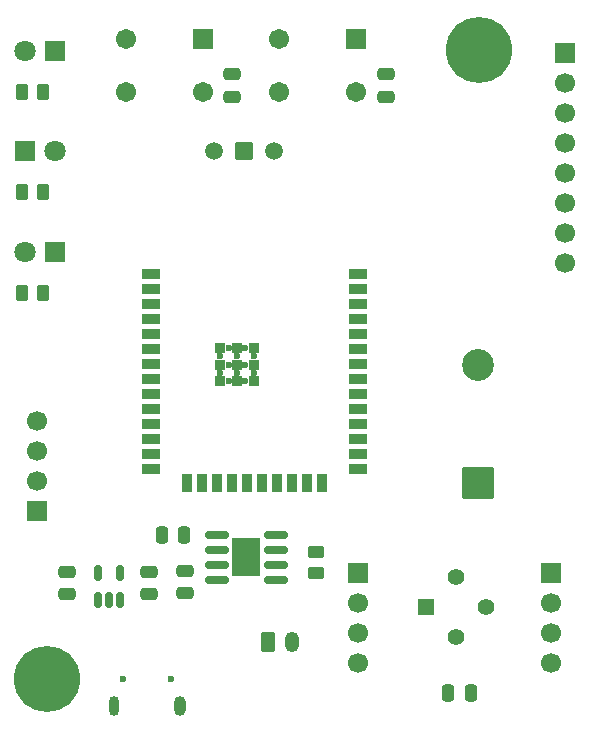
<source format=gbr>
%TF.GenerationSoftware,KiCad,Pcbnew,9.0.1*%
%TF.CreationDate,2025-11-13T22:26:36+01:00*%
%TF.ProjectId,dise_o_v2,64697365-f16f-45f7-9632-2e6b69636164,rev?*%
%TF.SameCoordinates,Original*%
%TF.FileFunction,Soldermask,Top*%
%TF.FilePolarity,Negative*%
%FSLAX46Y46*%
G04 Gerber Fmt 4.6, Leading zero omitted, Abs format (unit mm)*
G04 Created by KiCad (PCBNEW 9.0.1) date 2025-11-13 22:26:36*
%MOMM*%
%LPD*%
G01*
G04 APERTURE LIST*
G04 Aperture macros list*
%AMRoundRect*
0 Rectangle with rounded corners*
0 $1 Rounding radius*
0 $2 $3 $4 $5 $6 $7 $8 $9 X,Y pos of 4 corners*
0 Add a 4 corners polygon primitive as box body*
4,1,4,$2,$3,$4,$5,$6,$7,$8,$9,$2,$3,0*
0 Add four circle primitives for the rounded corners*
1,1,$1+$1,$2,$3*
1,1,$1+$1,$4,$5*
1,1,$1+$1,$6,$7*
1,1,$1+$1,$8,$9*
0 Add four rect primitives between the rounded corners*
20,1,$1+$1,$2,$3,$4,$5,0*
20,1,$1+$1,$4,$5,$6,$7,0*
20,1,$1+$1,$6,$7,$8,$9,0*
20,1,$1+$1,$8,$9,$2,$3,0*%
G04 Aperture macros list end*
%ADD10RoundRect,0.250000X-0.262500X-0.450000X0.262500X-0.450000X0.262500X0.450000X-0.262500X0.450000X0*%
%ADD11C,5.600000*%
%ADD12RoundRect,0.250000X-0.475000X0.250000X-0.475000X-0.250000X0.475000X-0.250000X0.475000X0.250000X0*%
%ADD13R,1.500000X0.900000*%
%ADD14R,0.900000X1.500000*%
%ADD15R,0.900000X0.900000*%
%ADD16C,0.600000*%
%ADD17RoundRect,0.250000X0.262500X0.450000X-0.262500X0.450000X-0.262500X-0.450000X0.262500X-0.450000X0*%
%ADD18RoundRect,0.250000X0.475000X-0.250000X0.475000X0.250000X-0.475000X0.250000X-0.475000X-0.250000X0*%
%ADD19RoundRect,0.250000X-0.350000X-0.625000X0.350000X-0.625000X0.350000X0.625000X-0.350000X0.625000X0*%
%ADD20O,1.200000X1.750000*%
%ADD21RoundRect,0.150000X0.825000X0.150000X-0.825000X0.150000X-0.825000X-0.150000X0.825000X-0.150000X0*%
%ADD22R,2.410000X3.300000*%
%ADD23R,1.700000X1.700000*%
%ADD24C,1.700000*%
%ADD25RoundRect,0.150000X0.150000X-0.512500X0.150000X0.512500X-0.150000X0.512500X-0.150000X-0.512500X0*%
%ADD26RoundRect,0.250000X-0.450000X0.262500X-0.450000X-0.262500X0.450000X-0.262500X0.450000X0.262500X0*%
%ADD27RoundRect,0.250000X0.250000X0.475000X-0.250000X0.475000X-0.250000X-0.475000X0.250000X-0.475000X0*%
%ADD28O,1.000000X1.700000*%
%ADD29O,0.850000X1.700000*%
%ADD30R,1.800000X1.800000*%
%ADD31C,1.800000*%
%ADD32RoundRect,0.102000X0.754000X0.754000X-0.754000X0.754000X-0.754000X-0.754000X0.754000X-0.754000X0*%
%ADD33C,1.712000*%
%ADD34C,2.704000*%
%ADD35RoundRect,0.102000X1.250000X-1.250000X1.250000X1.250000X-1.250000X1.250000X-1.250000X-1.250000X0*%
%ADD36RoundRect,0.102000X-0.654000X-0.654000X0.654000X-0.654000X0.654000X0.654000X-0.654000X0.654000X0*%
%ADD37C,1.512000*%
%ADD38RoundRect,0.102000X-0.599000X-0.599000X0.599000X-0.599000X0.599000X0.599000X-0.599000X0.599000X0*%
%ADD39C,1.402000*%
G04 APERTURE END LIST*
D10*
%TO.C,R2*%
X45175000Y-46500000D03*
X47000000Y-46500000D03*
%TD*%
D11*
%TO.C,REF\u002A\u002A*%
X47331758Y-87678711D03*
%TD*%
D12*
%TO.C,C6*%
X59000000Y-78550000D03*
X59000000Y-80450000D03*
%TD*%
D13*
%TO.C,U1*%
X56160000Y-53360000D03*
X56160000Y-54630000D03*
X56160000Y-55900000D03*
X56160000Y-57170000D03*
X56160000Y-58440000D03*
X56160000Y-59710000D03*
X56160000Y-60980000D03*
X56160000Y-62250000D03*
X56160000Y-63520000D03*
X56160000Y-64790000D03*
X56160000Y-66060000D03*
X56160000Y-67330000D03*
X56160000Y-68600000D03*
X56160000Y-69870000D03*
D14*
X59195000Y-71120000D03*
X60465000Y-71120000D03*
X61735000Y-71120000D03*
X63005000Y-71120000D03*
X64275000Y-71120000D03*
X65545000Y-71120000D03*
X66815000Y-71120000D03*
X68085000Y-71120000D03*
X69355000Y-71120000D03*
X70625000Y-71120000D03*
D13*
X73660000Y-69870000D03*
X73660000Y-68600000D03*
X73660000Y-67330000D03*
X73660000Y-66060000D03*
X73660000Y-64790000D03*
X73660000Y-63520000D03*
X73660000Y-62250000D03*
X73660000Y-60980000D03*
X73660000Y-59710000D03*
X73660000Y-58440000D03*
X73660000Y-57170000D03*
X73660000Y-55900000D03*
X73660000Y-54630000D03*
X73660000Y-53360000D03*
D15*
X62010000Y-59680000D03*
D16*
X62010000Y-60380000D03*
D15*
X62010000Y-61080000D03*
D16*
X62010000Y-61780000D03*
D15*
X62010000Y-62480000D03*
D16*
X62710000Y-59680000D03*
X62710000Y-61080000D03*
X62710000Y-62480000D03*
D15*
X63410000Y-59680000D03*
D16*
X63410000Y-60380000D03*
D15*
X63410000Y-61080000D03*
D16*
X63410000Y-61780000D03*
D15*
X63410000Y-62480000D03*
D16*
X64110000Y-59680000D03*
X64110000Y-61080000D03*
X64110000Y-62480000D03*
D15*
X64810000Y-59680000D03*
D16*
X64810000Y-60380000D03*
D15*
X64810000Y-61080000D03*
D16*
X64810000Y-61780000D03*
D15*
X64810000Y-62480000D03*
%TD*%
D17*
%TO.C,R9*%
X47000000Y-55000000D03*
X45175000Y-55000000D03*
%TD*%
D12*
%TO.C,C11*%
X76000000Y-36500000D03*
X76000000Y-38400000D03*
%TD*%
D18*
%TO.C,C1*%
X49000000Y-80500000D03*
X49000000Y-78600000D03*
%TD*%
D12*
%TO.C,C2*%
X56000000Y-78600000D03*
X56000000Y-80500000D03*
%TD*%
D19*
%TO.C,J2*%
X66040000Y-84568000D03*
D20*
X68040000Y-84568000D03*
%TD*%
D21*
%TO.C,U3*%
X66675000Y-79305000D03*
X66675000Y-78035000D03*
X66675000Y-76765000D03*
X66675000Y-75495000D03*
X61725000Y-75495000D03*
X61725000Y-76765000D03*
X61725000Y-78035000D03*
X61725000Y-79305000D03*
D22*
X64200000Y-77400000D03*
%TD*%
D11*
%TO.C,REF\u002A\u002A*%
X83917682Y-34436394D03*
%TD*%
D23*
%TO.C,J6*%
X91212100Y-34681100D03*
D24*
X91212100Y-37221100D03*
X91212100Y-39761100D03*
X91212100Y-42301100D03*
X91212100Y-44841100D03*
X91212100Y-47381100D03*
X91212100Y-49921100D03*
X91212100Y-52461100D03*
%TD*%
D25*
%TO.C,U2*%
X51600000Y-81000000D03*
X52550000Y-81000000D03*
X53500000Y-81000000D03*
X53500000Y-78725000D03*
X51600000Y-78725000D03*
%TD*%
D17*
%TO.C,R1*%
X47000000Y-38000000D03*
X45175000Y-38000000D03*
%TD*%
D12*
%TO.C,C12*%
X63000000Y-36500000D03*
X63000000Y-38400000D03*
%TD*%
D26*
%TO.C,R3*%
X70076800Y-76915000D03*
X70076800Y-78740000D03*
%TD*%
D27*
%TO.C,C13*%
X58950000Y-75500000D03*
X57050000Y-75500000D03*
%TD*%
%TO.C,C14*%
X83180000Y-88900000D03*
X81280000Y-88900000D03*
%TD*%
D16*
%TO.C,J1*%
X57797299Y-87667066D03*
X53797299Y-87667066D03*
D28*
X58622299Y-90017066D03*
D29*
X52972299Y-90017066D03*
%TD*%
D30*
%TO.C,D1*%
X48000000Y-51500000D03*
D31*
X45460000Y-51500000D03*
%TD*%
D23*
%TO.C,J4*%
X90000000Y-78740000D03*
D24*
X90000000Y-81280000D03*
X90000000Y-83820000D03*
X90000000Y-86360000D03*
%TD*%
D32*
%TO.C,S2*%
X73500000Y-33500000D03*
D33*
X67000000Y-33500000D03*
X73500000Y-38000000D03*
X67000000Y-38000000D03*
%TD*%
D23*
%TO.C,J5*%
X73660000Y-78740000D03*
D24*
X73660000Y-81280000D03*
X73660000Y-83820000D03*
X73660000Y-86360000D03*
%TD*%
D30*
%TO.C,D3*%
X45460000Y-43000000D03*
D31*
X48000000Y-43000000D03*
%TD*%
D34*
%TO.C,LS1*%
X83820000Y-61120000D03*
D35*
X83820000Y-71120000D03*
%TD*%
D30*
%TO.C,D2*%
X48000000Y-34500000D03*
D31*
X45460000Y-34500000D03*
%TD*%
D23*
%TO.C,J3*%
X46500000Y-73500000D03*
D24*
X46500000Y-70960000D03*
X46500000Y-68420000D03*
X46500000Y-65880000D03*
%TD*%
D36*
%TO.C,S1*%
X63960000Y-43000000D03*
D37*
X61420000Y-43000000D03*
X66500000Y-43000000D03*
%TD*%
D32*
%TO.C,S3*%
X60500000Y-33500000D03*
D33*
X54000000Y-33500000D03*
X60500000Y-38000000D03*
X54000000Y-38000000D03*
%TD*%
D38*
%TO.C,U5*%
X79420000Y-81613700D03*
D39*
X81960000Y-79073700D03*
X84500000Y-81613700D03*
X81960000Y-84153700D03*
%TD*%
M02*

</source>
